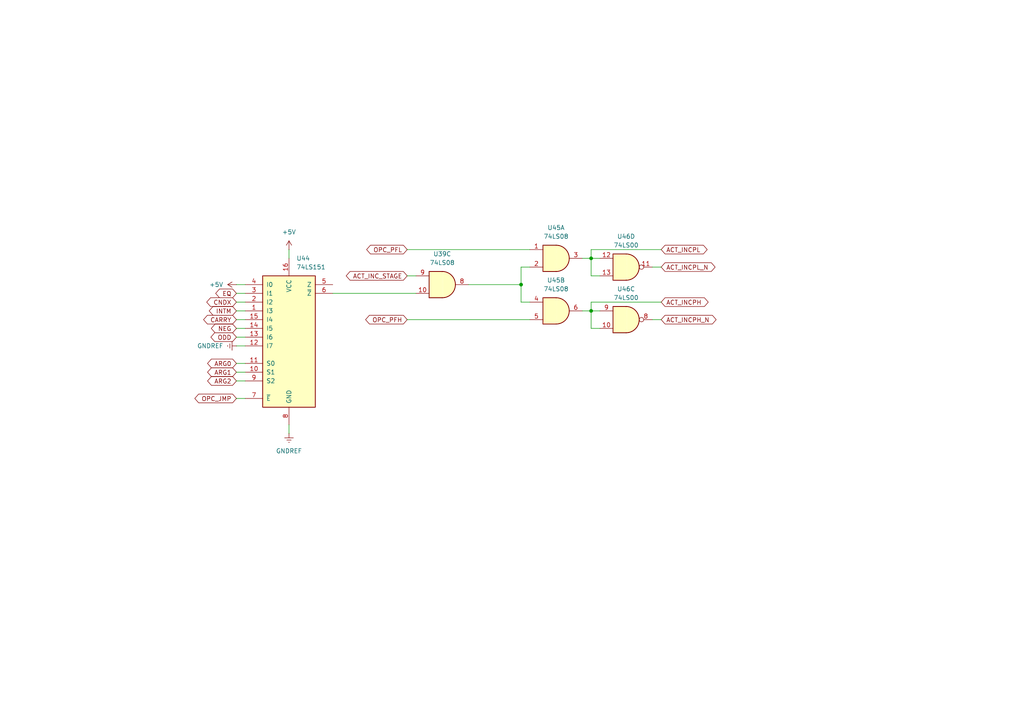
<source format=kicad_sch>
(kicad_sch (version 20250114) (generator "eeschema") (generator_version "9.0")
  (paper "A4")
  (title_block (title "Osnova8 CPU") (date "2026-01-12") (rev "1"))
  (lib_symbols
    (symbol "74xx:74LS00" (pin_names (offset 1.016))
      (property "Reference" "U" (at 0 1.27 0))
      (property "Value" "74LS00" (at 0 -1.27 0))
      (symbol "74LS00_1_1"
        (arc (start 0 3.81) (mid 3.7934 0) (end 0 -3.81) (stroke (width 0.254)) (fill (type background)))
        (polyline (pts (xy 0 3.81) (xy -3.81 3.81) (xy -3.81 -3.81) (xy 0 -3.81)) (stroke (width 0.254)) (fill (type background)))
        (pin input line (at -7.62 2.54 0) (length 3.81) (name "~") (number "1"))
        (pin input line (at -7.62 -2.54 0) (length 3.81) (name "~") (number "2"))
        (pin output inverted (at 7.62 0 180) (length 3.81) (name "~") (number "3"))
      )
      (symbol "74LS00_1_2"
        (arc (start -3.81 3.81) (mid -2.589 0) (end -3.81 -3.81) (stroke (width 0.254)))
        (polyline (pts (xy -3.81 3.81) (xy -0.635 3.81)) (stroke (width 0.254)) (fill (type background)))
        (polyline (pts (xy -3.81 -3.81) (xy -0.635 -3.81)) (stroke (width 0.254)) (fill (type background)))
        (arc (start 3.81 0) (mid 2.1855 -2.584) (end -0.6096 -3.81) (stroke (width 0.254)) (fill (type background)))
        (arc (start -0.6096 3.81) (mid 2.1928 2.5924) (end 3.81 0) (stroke (width 0.254)) (fill (type background)))
        (polyline (pts (xy -0.635 3.81) (xy -3.81 3.81) (xy -3.81 3.81) (xy -3.556 3.4036) (xy -3.0226 2.2606) (xy -2.6924 1.0414) (xy -2.6162 -0.254) (xy -2.7686 -1.4986) (xy -3.175 -2.7178) (xy -3.81 -3.81) (xy -3.81 -3.81) (xy -0.635 -3.81)) (stroke (width -25.4)) (fill (type background)))
        (pin input inverted (at -7.62 2.54 0) (length 4.318) (name "~") (number "1"))
        (pin input inverted (at -7.62 -2.54 0) (length 4.318) (name "~") (number "2"))
        (pin output line (at 7.62 0 180) (length 3.81) (name "~") (number "3"))
      )
      (symbol "74LS00_2_1"
        (arc (start 0 3.81) (mid 3.7934 0) (end 0 -3.81) (stroke (width 0.254)) (fill (type background)))
        (polyline (pts (xy 0 3.81) (xy -3.81 3.81) (xy -3.81 -3.81) (xy 0 -3.81)) (stroke (width 0.254)) (fill (type background)))
        (pin input line (at -7.62 2.54 0) (length 3.81) (name "~") (number "4"))
        (pin input line (at -7.62 -2.54 0) (length 3.81) (name "~") (number "5"))
        (pin output inverted (at 7.62 0 180) (length 3.81) (name "~") (number "6"))
      )
      (symbol "74LS00_2_2"
        (arc (start -3.81 3.81) (mid -2.589 0) (end -3.81 -3.81) (stroke (width 0.254)))
        (polyline (pts (xy -3.81 3.81) (xy -0.635 3.81)) (stroke (width 0.254)) (fill (type background)))
        (polyline (pts (xy -3.81 -3.81) (xy -0.635 -3.81)) (stroke (width 0.254)) (fill (type background)))
        (arc (start 3.81 0) (mid 2.1855 -2.584) (end -0.6096 -3.81) (stroke (width 0.254)) (fill (type background)))
        (arc (start -0.6096 3.81) (mid 2.1928 2.5924) (end 3.81 0) (stroke (width 0.254)) (fill (type background)))
        (polyline (pts (xy -0.635 3.81) (xy -3.81 3.81) (xy -3.81 3.81) (xy -3.556 3.4036) (xy -3.0226 2.2606) (xy -2.6924 1.0414) (xy -2.6162 -0.254) (xy -2.7686 -1.4986) (xy -3.175 -2.7178) (xy -3.81 -3.81) (xy -3.81 -3.81) (xy -0.635 -3.81)) (stroke (width -25.4)) (fill (type background)))
        (pin input inverted (at -7.62 2.54 0) (length 4.318) (name "~") (number "4"))
        (pin input inverted (at -7.62 -2.54 0) (length 4.318) (name "~") (number "5"))
        (pin output line (at 7.62 0 180) (length 3.81) (name "~") (number "6"))
      )
      (symbol "74LS00_3_1"
        (arc (start 0 3.81) (mid 3.7934 0) (end 0 -3.81) (stroke (width 0.254)) (fill (type background)))
        (polyline (pts (xy 0 3.81) (xy -3.81 3.81) (xy -3.81 -3.81) (xy 0 -3.81)) (stroke (width 0.254)) (fill (type background)))
        (pin input line (at -7.62 2.54 0) (length 3.81) (name "~") (number "9"))
        (pin input line (at -7.62 -2.54 0) (length 3.81) (name "~") (number "10"))
        (pin output inverted (at 7.62 0 180) (length 3.81) (name "~") (number "8"))
      )
      (symbol "74LS00_3_2"
        (arc (start -3.81 3.81) (mid -2.589 0) (end -3.81 -3.81) (stroke (width 0.254)))
        (polyline (pts (xy -3.81 3.81) (xy -0.635 3.81)) (stroke (width 0.254)) (fill (type background)))
        (polyline (pts (xy -3.81 -3.81) (xy -0.635 -3.81)) (stroke (width 0.254)) (fill (type background)))
        (arc (start 3.81 0) (mid 2.1855 -2.584) (end -0.6096 -3.81) (stroke (width 0.254)) (fill (type background)))
        (arc (start -0.6096 3.81) (mid 2.1928 2.5924) (end 3.81 0) (stroke (width 0.254)) (fill (type background)))
        (polyline (pts (xy -0.635 3.81) (xy -3.81 3.81) (xy -3.81 3.81) (xy -3.556 3.4036) (xy -3.0226 2.2606) (xy -2.6924 1.0414) (xy -2.6162 -0.254) (xy -2.7686 -1.4986) (xy -3.175 -2.7178) (xy -3.81 -3.81) (xy -3.81 -3.81) (xy -0.635 -3.81)) (stroke (width -25.4)) (fill (type background)))
        (pin input inverted (at -7.62 2.54 0) (length 4.318) (name "~") (number "9"))
        (pin input inverted (at -7.62 -2.54 0) (length 4.318) (name "~") (number "10"))
        (pin output line (at 7.62 0 180) (length 3.81) (name "~") (number "8"))
      )
      (symbol "74LS00_4_1"
        (arc (start 0 3.81) (mid 3.7934 0) (end 0 -3.81) (stroke (width 0.254)) (fill (type background)))
        (polyline (pts (xy 0 3.81) (xy -3.81 3.81) (xy -3.81 -3.81) (xy 0 -3.81)) (stroke (width 0.254)) (fill (type background)))
        (pin input line (at -7.62 2.54 0) (length 3.81) (name "~") (number "12"))
        (pin input line (at -7.62 -2.54 0) (length 3.81) (name "~") (number "13"))
        (pin output inverted (at 7.62 0 180) (length 3.81) (name "~") (number "11"))
      )
      (symbol "74LS00_4_2"
        (arc (start -3.81 3.81) (mid -2.589 0) (end -3.81 -3.81) (stroke (width 0.254)))
        (polyline (pts (xy -3.81 3.81) (xy -0.635 3.81)) (stroke (width 0.254)) (fill (type background)))
        (polyline (pts (xy -3.81 -3.81) (xy -0.635 -3.81)) (stroke (width 0.254)) (fill (type background)))
        (arc (start 3.81 0) (mid 2.1855 -2.584) (end -0.6096 -3.81) (stroke (width 0.254)) (fill (type background)))
        (arc (start -0.6096 3.81) (mid 2.1928 2.5924) (end 3.81 0) (stroke (width 0.254)) (fill (type background)))
        (polyline (pts (xy -0.635 3.81) (xy -3.81 3.81) (xy -3.81 3.81) (xy -3.556 3.4036) (xy -3.0226 2.2606) (xy -2.6924 1.0414) (xy -2.6162 -0.254) (xy -2.7686 -1.4986) (xy -3.175 -2.7178) (xy -3.81 -3.81) (xy -3.81 -3.81) (xy -0.635 -3.81)) (stroke (width -25.4)) (fill (type background)))
        (pin input inverted (at -7.62 2.54 0) (length 4.318) (name "~") (number "12"))
        (pin input inverted (at -7.62 -2.54 0) (length 4.318) (name "~") (number "13"))
        (pin output line (at 7.62 0 180) (length 3.81) (name "~") (number "11"))
      )
      (symbol "74LS00_5_0"
        (pin power_in line (at 0 12.7 270) (length 5.08) (name "VCC") (number "14"))
        (pin power_in line (at 0 -12.7 90) (length 5.08) (name "GND") (number "7"))
      )
      (symbol "74LS00_5_1"
        (rectangle (start -5.08 7.62) (end 5.08 -7.62) (stroke (width 0.254)) (fill (type background)))
      )
    )
    (symbol "74xx:74LS08" (pin_names (offset 1.016))
      (property "Reference" "U" (at 0 1.27 0))
      (property "Value" "74LS08" (at 0 -1.27 0))
      (symbol "74LS08_1_1"
        (arc (start 0 3.81) (mid 3.7934 0) (end 0 -3.81) (stroke (width 0.254)) (fill (type background)))
        (polyline (pts (xy 0 3.81) (xy -3.81 3.81) (xy -3.81 -3.81) (xy 0 -3.81)) (stroke (width 0.254)) (fill (type background)))
        (pin input line (at -7.62 2.54 0) (length 3.81) (name "~") (number "1"))
        (pin input line (at -7.62 -2.54 0) (length 3.81) (name "~") (number "2"))
        (pin output line (at 7.62 0 180) (length 3.81) (name "~") (number "3"))
      )
      (symbol "74LS08_1_2"
        (arc (start -3.81 3.81) (mid -2.589 0) (end -3.81 -3.81) (stroke (width 0.254)))
        (polyline (pts (xy -3.81 3.81) (xy -0.635 3.81)) (stroke (width 0.254)) (fill (type background)))
        (polyline (pts (xy -3.81 -3.81) (xy -0.635 -3.81)) (stroke (width 0.254)) (fill (type background)))
        (arc (start 3.81 0) (mid 2.1855 -2.584) (end -0.6096 -3.81) (stroke (width 0.254)) (fill (type background)))
        (arc (start -0.6096 3.81) (mid 2.1928 2.5924) (end 3.81 0) (stroke (width 0.254)) (fill (type background)))
        (polyline (pts (xy -0.635 3.81) (xy -3.81 3.81) (xy -3.81 3.81) (xy -3.556 3.4036) (xy -3.0226 2.2606) (xy -2.6924 1.0414) (xy -2.6162 -0.254) (xy -2.7686 -1.4986) (xy -3.175 -2.7178) (xy -3.81 -3.81) (xy -3.81 -3.81) (xy -0.635 -3.81)) (stroke (width -25.4)) (fill (type background)))
        (pin input inverted (at -7.62 2.54 0) (length 4.318) (name "~") (number "1"))
        (pin input inverted (at -7.62 -2.54 0) (length 4.318) (name "~") (number "2"))
        (pin output inverted (at 7.62 0 180) (length 3.81) (name "~") (number "3"))
      )
      (symbol "74LS08_2_1"
        (arc (start 0 3.81) (mid 3.7934 0) (end 0 -3.81) (stroke (width 0.254)) (fill (type background)))
        (polyline (pts (xy 0 3.81) (xy -3.81 3.81) (xy -3.81 -3.81) (xy 0 -3.81)) (stroke (width 0.254)) (fill (type background)))
        (pin input line (at -7.62 2.54 0) (length 3.81) (name "~") (number "4"))
        (pin input line (at -7.62 -2.54 0) (length 3.81) (name "~") (number "5"))
        (pin output line (at 7.62 0 180) (length 3.81) (name "~") (number "6"))
      )
      (symbol "74LS08_2_2"
        (arc (start -3.81 3.81) (mid -2.589 0) (end -3.81 -3.81) (stroke (width 0.254)))
        (polyline (pts (xy -3.81 3.81) (xy -0.635 3.81)) (stroke (width 0.254)) (fill (type background)))
        (polyline (pts (xy -3.81 -3.81) (xy -0.635 -3.81)) (stroke (width 0.254)) (fill (type background)))
        (arc (start 3.81 0) (mid 2.1855 -2.584) (end -0.6096 -3.81) (stroke (width 0.254)) (fill (type background)))
        (arc (start -0.6096 3.81) (mid 2.1928 2.5924) (end 3.81 0) (stroke (width 0.254)) (fill (type background)))
        (polyline (pts (xy -0.635 3.81) (xy -3.81 3.81) (xy -3.81 3.81) (xy -3.556 3.4036) (xy -3.0226 2.2606) (xy -2.6924 1.0414) (xy -2.6162 -0.254) (xy -2.7686 -1.4986) (xy -3.175 -2.7178) (xy -3.81 -3.81) (xy -3.81 -3.81) (xy -0.635 -3.81)) (stroke (width -25.4)) (fill (type background)))
        (pin input inverted (at -7.62 2.54 0) (length 4.318) (name "~") (number "4"))
        (pin input inverted (at -7.62 -2.54 0) (length 4.318) (name "~") (number "5"))
        (pin output inverted (at 7.62 0 180) (length 3.81) (name "~") (number "6"))
      )
      (symbol "74LS08_3_1"
        (arc (start 0 3.81) (mid 3.7934 0) (end 0 -3.81) (stroke (width 0.254)) (fill (type background)))
        (polyline (pts (xy 0 3.81) (xy -3.81 3.81) (xy -3.81 -3.81) (xy 0 -3.81)) (stroke (width 0.254)) (fill (type background)))
        (pin input line (at -7.62 2.54 0) (length 3.81) (name "~") (number "9"))
        (pin input line (at -7.62 -2.54 0) (length 3.81) (name "~") (number "10"))
        (pin output line (at 7.62 0 180) (length 3.81) (name "~") (number "8"))
      )
      (symbol "74LS08_3_2"
        (arc (start -3.81 3.81) (mid -2.589 0) (end -3.81 -3.81) (stroke (width 0.254)))
        (polyline (pts (xy -3.81 3.81) (xy -0.635 3.81)) (stroke (width 0.254)) (fill (type background)))
        (polyline (pts (xy -3.81 -3.81) (xy -0.635 -3.81)) (stroke (width 0.254)) (fill (type background)))
        (arc (start 3.81 0) (mid 2.1855 -2.584) (end -0.6096 -3.81) (stroke (width 0.254)) (fill (type background)))
        (arc (start -0.6096 3.81) (mid 2.1928 2.5924) (end 3.81 0) (stroke (width 0.254)) (fill (type background)))
        (polyline (pts (xy -0.635 3.81) (xy -3.81 3.81) (xy -3.81 3.81) (xy -3.556 3.4036) (xy -3.0226 2.2606) (xy -2.6924 1.0414) (xy -2.6162 -0.254) (xy -2.7686 -1.4986) (xy -3.175 -2.7178) (xy -3.81 -3.81) (xy -3.81 -3.81) (xy -0.635 -3.81)) (stroke (width -25.4)) (fill (type background)))
        (pin input inverted (at -7.62 2.54 0) (length 4.318) (name "~") (number "9"))
        (pin input inverted (at -7.62 -2.54 0) (length 4.318) (name "~") (number "10"))
        (pin output inverted (at 7.62 0 180) (length 3.81) (name "~") (number "8"))
      )
      (symbol "74LS08_4_1"
        (arc (start 0 3.81) (mid 3.7934 0) (end 0 -3.81) (stroke (width 0.254)) (fill (type background)))
        (polyline (pts (xy 0 3.81) (xy -3.81 3.81) (xy -3.81 -3.81) (xy 0 -3.81)) (stroke (width 0.254)) (fill (type background)))
        (pin input line (at -7.62 2.54 0) (length 3.81) (name "~") (number "12"))
        (pin input line (at -7.62 -2.54 0) (length 3.81) (name "~") (number "13"))
        (pin output line (at 7.62 0 180) (length 3.81) (name "~") (number "11"))
      )
      (symbol "74LS08_4_2"
        (arc (start -3.81 3.81) (mid -2.589 0) (end -3.81 -3.81) (stroke (width 0.254)))
        (polyline (pts (xy -3.81 3.81) (xy -0.635 3.81)) (stroke (width 0.254)) (fill (type background)))
        (polyline (pts (xy -3.81 -3.81) (xy -0.635 -3.81)) (stroke (width 0.254)) (fill (type background)))
        (arc (start 3.81 0) (mid 2.1855 -2.584) (end -0.6096 -3.81) (stroke (width 0.254)) (fill (type background)))
        (arc (start -0.6096 3.81) (mid 2.1928 2.5924) (end 3.81 0) (stroke (width 0.254)) (fill (type background)))
        (polyline (pts (xy -0.635 3.81) (xy -3.81 3.81) (xy -3.81 3.81) (xy -3.556 3.4036) (xy -3.0226 2.2606) (xy -2.6924 1.0414) (xy -2.6162 -0.254) (xy -2.7686 -1.4986) (xy -3.175 -2.7178) (xy -3.81 -3.81) (xy -3.81 -3.81) (xy -0.635 -3.81)) (stroke (width -25.4)) (fill (type background)))
        (pin input inverted (at -7.62 2.54 0) (length 4.318) (name "~") (number "12"))
        (pin input inverted (at -7.62 -2.54 0) (length 4.318) (name "~") (number "13"))
        (pin output inverted (at 7.62 0 180) (length 3.81) (name "~") (number "11"))
      )
      (symbol "74LS08_5_0"
        (pin power_in line (at 0 12.7 270) (length 5.08) (name "VCC") (number "14"))
        (pin power_in line (at 0 -12.7 90) (length 5.08) (name "GND") (number "7"))
      )
      (symbol "74LS08_5_1"
        (rectangle (start -5.08 7.62) (end 5.08 -7.62) (stroke (width 0.254)) (fill (type background)))
      )
    )
    (symbol "74xx:74LS151" (pin_names (offset 1.016))
      (property "Reference" "U" (at -7.62 19.05 0))
      (property "Value" "74LS151" (at -7.62 -21.59 0))
      (symbol "74LS151_1_0"
        (pin input line (at -12.7 15.24 0) (length 5.08) (name "I0") (number "4"))
        (pin input line (at -12.7 12.7 0) (length 5.08) (name "I1") (number "3"))
        (pin input line (at -12.7 10.16 0) (length 5.08) (name "I2") (number "2"))
        (pin input line (at -12.7 7.62 0) (length 5.08) (name "I3") (number "1"))
        (pin input line (at -12.7 5.08 0) (length 5.08) (name "I4") (number "15"))
        (pin input line (at -12.7 2.54 0) (length 5.08) (name "I5") (number "14"))
        (pin input line (at -12.7 0 0) (length 5.08) (name "I6") (number "13"))
        (pin input line (at -12.7 -2.54 0) (length 5.08) (name "I7") (number "12"))
        (pin input line (at -12.7 -7.62 0) (length 5.08) (name "S0") (number "11"))
        (pin input line (at -12.7 -10.16 0) (length 5.08) (name "S1") (number "10"))
        (pin input line (at -12.7 -12.7 0) (length 5.08) (name "S2") (number "9"))
        (pin input line (at -12.7 -17.78 0) (length 5.08) (name "~{E}") (number "7"))
        (pin power_in line (at 0 22.86 270) (length 5.08) (name "VCC") (number "16"))
        (pin power_in line (at 0 -25.4 90) (length 5.08) (name "GND") (number "8"))
        (pin output line (at 12.7 15.24 180) (length 5.08) (name "Z") (number "5"))
        (pin output line (at 12.7 12.7 180) (length 5.08) (name "~{Z}") (number "6"))
      )
      (symbol "74LS151_1_1"
        (rectangle (start -7.62 17.78) (end 7.62 -20.32) (stroke (width 0.254)) (fill (type background)))
      )
    )
    (symbol "power:+5V" (power) (pin_numbers (hide yes)) (pin_names (offset 0) (hide yes))
      (property "Value" "+5V" (at 0 3.556 0))
      (symbol "+5V_0_1"
        (polyline (pts (xy -0.762 1.27) (xy 0 2.54)))
        (polyline (pts (xy 0 2.54) (xy 0.762 1.27)))
        (polyline (pts (xy 0 0) (xy 0 2.54)))
      )
      (symbol "+5V_1_1"
        (pin power_in line (at 0 0 90) (length 0) (name "~") (number "1"))
      )
    )
    (symbol "power:GNDREF" (power) (pin_numbers (hide yes)) (pin_names (offset 0) (hide yes))
      (property "Value" "GNDREF" (at 0 -3.81 0))
      (symbol "GNDREF_0_1"
        (polyline (pts (xy -0.635 -1.905) (xy 0.635 -1.905)))
        (polyline (pts (xy -0.127 -2.54) (xy 0.127 -2.54)))
        (polyline (pts (xy 0 -1.27) (xy 0 0)))
        (polyline (pts (xy 1.27 -1.27) (xy -1.27 -1.27)))
      )
      (symbol "GNDREF_1_1"
        (pin power_in line (at 0 0 270) (length 0) (name "~") (number "1"))
      )
    )
  )
  (junction (at 171.45 74.93))
  (junction (at 151.13 82.55))
  (junction (at 171.45 90.17))
  (wire (pts (xy 68.58 87.63) (xy 71.12 87.63)))
  (wire (pts (xy 68.58 95.25) (xy 71.12 95.25)))
  (wire (pts (xy 118.11 80.01) (xy 120.65 80.01)))
  (wire (pts (xy 68.58 110.49) (xy 71.12 110.49)))
  (wire (pts (xy 68.58 85.09) (xy 71.12 85.09)))
  (wire (pts (xy 83.82 72.39) (xy 83.82 74.93)))
  (wire (pts (xy 173.99 95.25) (xy 171.45 95.25)))
  (wire (pts (xy 68.58 115.57) (xy 71.12 115.57)))
  (wire (pts (xy 171.45 72.39) (xy 171.45 74.93)))
  (wire (pts (xy 68.58 105.41) (xy 71.12 105.41)))
  (wire (pts (xy 68.58 90.17) (xy 71.12 90.17)))
  (wire (pts (xy 68.58 82.55) (xy 71.12 82.55)))
  (wire (pts (xy 96.52 85.09) (xy 120.65 85.09)))
  (wire (pts (xy 171.45 90.17) (xy 171.45 95.25)))
  (wire (pts (xy 191.77 92.71) (xy 189.23 92.71)))
  (wire (pts (xy 151.13 87.63) (xy 153.67 87.63)))
  (wire (pts (xy 68.58 107.95) (xy 71.12 107.95)))
  (wire (pts (xy 168.91 90.17) (xy 171.45 90.17)))
  (wire (pts (xy 68.58 92.71) (xy 71.12 92.71)))
  (wire (pts (xy 153.67 77.47) (xy 151.13 77.47)))
  (wire (pts (xy 191.77 87.63) (xy 171.45 87.63)))
  (wire (pts (xy 191.77 77.47) (xy 189.23 77.47)))
  (wire (pts (xy 83.82 123.19) (xy 83.82 125.73)))
  (wire (pts (xy 171.45 87.63) (xy 171.45 90.17)))
  (wire (pts (xy 68.58 97.79) (xy 71.12 97.79)))
  (wire (pts (xy 173.99 90.17) (xy 171.45 90.17)))
  (wire (pts (xy 118.11 92.71) (xy 153.67 92.71)))
  (wire (pts (xy 173.99 80.01) (xy 171.45 80.01)))
  (wire (pts (xy 168.91 74.93) (xy 171.45 74.93)))
  (wire (pts (xy 191.77 72.39) (xy 171.45 72.39)))
  (wire (pts (xy 135.89 82.55) (xy 151.13 82.55)))
  (wire (pts (xy 171.45 74.93) (xy 173.99 74.93)))
  (wire (pts (xy 151.13 77.47) (xy 151.13 82.55)))
  (wire (pts (xy 151.13 82.55) (xy 151.13 87.63)))
  (wire (pts (xy 171.45 74.93) (xy 171.45 80.01)))
  (wire (pts (xy 68.58 100.33) (xy 71.12 100.33)))
  (wire (pts (xy 118.11 72.39) (xy 153.67 72.39)))
  (global_label "NEG" (shape bidirectional) (at 68.58 95.25 180) (property "Intersheetrefs" "${INTERSHEET_REFS}" (effects (hide yes))))
  (global_label "ACT_INC_STAGE" (shape bidirectional) (at 118.11 80.01 180) (property "Intersheetrefs" "${INTERSHEET_REFS}" (effects (hide yes))))
  (global_label "ARG1" (shape bidirectional) (at 68.58 107.95 180) (property "Intersheetrefs" "${INTERSHEET_REFS}" (effects (hide yes))))
  (global_label "ACT_INCPL_N" (shape bidirectional) (at 191.77 77.47 0) (property "Intersheetrefs" "${INTERSHEET_REFS}" (effects (hide yes))))
  (global_label "EQ" (shape bidirectional) (at 68.58 85.09 180) (property "Intersheetrefs" "${INTERSHEET_REFS}" (effects (hide yes))))
  (global_label "ACT_INCPH_N" (shape bidirectional) (at 191.77 92.71 0) (property "Intersheetrefs" "${INTERSHEET_REFS}" (effects (hide yes))))
  (global_label "ARG2" (shape bidirectional) (at 68.58 110.49 180) (property "Intersheetrefs" "${INTERSHEET_REFS}" (effects (hide yes))))
  (global_label "ARG0" (shape bidirectional) (at 68.58 105.41 180) (property "Intersheetrefs" "${INTERSHEET_REFS}" (effects (hide yes))))
  (global_label "CNDX" (shape bidirectional) (at 68.58 87.63 180) (property "Intersheetrefs" "${INTERSHEET_REFS}" (effects (hide yes))))
  (global_label "ACT_INCPH" (shape bidirectional) (at 191.77 87.63 0) (property "Intersheetrefs" "${INTERSHEET_REFS}" (effects (hide yes))))
  (global_label "OPC_PFH" (shape bidirectional) (at 118.11 92.71 180) (property "Intersheetrefs" "${INTERSHEET_REFS}" (effects (hide yes))))
  (global_label "ACT_INCPL" (shape bidirectional) (at 191.77 72.39 0) (property "Intersheetrefs" "${INTERSHEET_REFS}" (effects (hide yes))))
  (global_label "INTM" (shape bidirectional) (at 68.58 90.17 180) (property "Intersheetrefs" "${INTERSHEET_REFS}" (effects (hide yes))))
  (global_label "ODD" (shape bidirectional) (at 68.58 97.79 180) (property "Intersheetrefs" "${INTERSHEET_REFS}" (effects (hide yes))))
  (global_label "OPC_JMP" (shape bidirectional) (at 68.58 115.57 180) (property "Intersheetrefs" "${INTERSHEET_REFS}" (effects (hide yes))))
  (global_label "OPC_PFL" (shape bidirectional) (at 118.11 72.39 180) (property "Intersheetrefs" "${INTERSHEET_REFS}" (effects (hide yes))))
  (global_label "CARRY" (shape bidirectional) (at 68.58 92.71 180) (property "Intersheetrefs" "${INTERSHEET_REFS}" (effects (hide yes))))
  (symbol (lib_id "power:GNDREF") (at 68.58 100.33 270) (unit 1)
    (property "Reference" "#PWR048" (effects (hide yes)))
    (property "Value" "GNDREF" (at 64.77 100.3299 90) (effects (justify right)))
    (property "Description" "Power symbol creates a global label with name \"GNDREF\" , reference supply ground" (effects (hide yes)))
  )
  (symbol (lib_id "74xx:74LS00") (at 181.61 77.47 0) (unit 4)
    (property "Reference" "U46" (at 181.6017 68.58 0))
    (property "Value" "74LS00" (at 181.6017 71.12 0))
    (property "Datasheet" "http://www.ti.com/lit/gpn/sn74ls00" (effects (hide yes)))
    (property "Description" "quad 2-input NAND gate" (effects (hide yes)))
  )
  (symbol (lib_id "power:+5V") (at 68.58 82.55 90) (unit 1)
    (property "Reference" "#PWR046" (effects (hide yes)))
    (property "Value" "+5V" (at 64.77 82.5499 90) (effects (justify left)))
    (property "Description" "Power symbol creates a global label with name \"+5V\"" (effects (hide yes)))
  )
  (symbol (lib_id "power:+5V") (at 83.82 72.39 0) (unit 1)
    (property "Reference" "#PWR0200" (effects (hide yes)))
    (property "Value" "+5V" (at 83.82 67.31 0))
    (property "Description" "Power symbol creates a global label with name \"+5V\"" (effects (hide yes)))
  )
  (symbol (lib_id "74xx:74LS151") (at 83.82 97.79 0) (unit 1)
    (property "Reference" "U44" (at 85.9633 74.93 0) (effects (justify left)))
    (property "Value" "74LS151" (at 85.9633 77.47 0) (effects (justify left)))
    (property "Datasheet" "http://www.ti.com/lit/gpn/sn74LS151" (effects (hide yes)))
    (property "Description" "Multiplexer 8 to 1" (effects (hide yes)))
  )
  (symbol (lib_id "74xx:74LS08") (at 161.29 74.93 0) (unit 1)
    (property "Reference" "U45" (at 161.2817 66.04 0))
    (property "Value" "74LS08" (at 161.2817 68.58 0))
    (property "Datasheet" "http://www.ti.com/lit/gpn/sn74LS08" (effects (hide yes)))
    (property "Description" "Quad And2" (effects (hide yes)))
  )
  (symbol (lib_id "74xx:74LS08") (at 128.27 82.55 0) (unit 3)
    (property "Reference" "U39" (at 128.2617 73.66 0))
    (property "Value" "74LS08" (at 128.2617 76.2 0))
    (property "Datasheet" "http://www.ti.com/lit/gpn/sn74LS08" (effects (hide yes)))
    (property "Description" "Quad And2" (effects (hide yes)))
  )
  (symbol (lib_id "power:GNDREF") (at 83.82 125.73 0) (unit 1)
    (property "Reference" "#PWR0246" (effects (hide yes)))
    (property "Value" "GNDREF" (at 83.82 130.81 0))
    (property "Description" "Power symbol creates a global label with name \"GNDREF\" , reference supply ground" (effects (hide yes)))
  )
  (symbol (lib_id "74xx:74LS08") (at 161.29 90.17 0) (unit 2)
    (property "Reference" "U45" (at 161.2817 81.28 0))
    (property "Value" "74LS08" (at 161.2817 83.82 0))
    (property "Datasheet" "http://www.ti.com/lit/gpn/sn74LS08" (effects (hide yes)))
    (property "Description" "Quad And2" (effects (hide yes)))
  )
  (symbol (lib_id "74xx:74LS00") (at 181.61 92.71 0) (unit 3)
    (property "Reference" "U46" (at 181.6017 83.82 0))
    (property "Value" "74LS00" (at 181.6017 86.36 0))
    (property "Datasheet" "http://www.ti.com/lit/gpn/sn74ls00" (effects (hide yes)))
    (property "Description" "quad 2-input NAND gate" (effects (hide yes)))
  )
)
</source>
